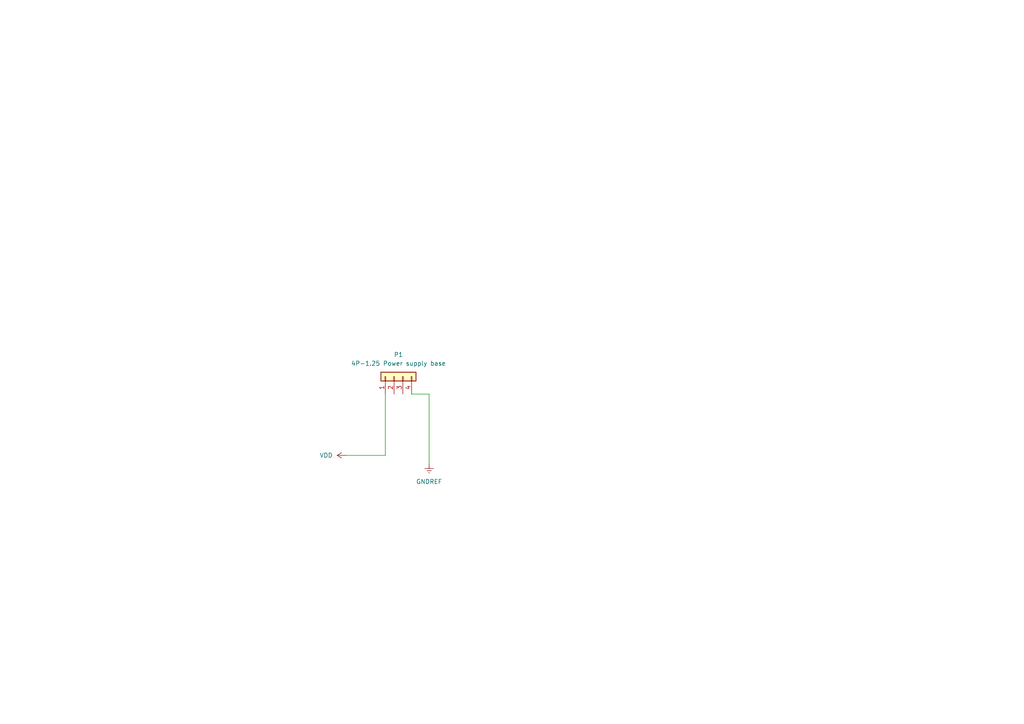
<source format=kicad_sch>
(kicad_sch (version 20230121) (generator eeschema)
  (paper "A4")
  (title_block (title "BertheVarioTac") (date "2024-09-25") (rev "1.0") (comment 1 "SpinBerthe"))
  (lib_symbols
    (symbol "Connector_Generic:Conn_01x04" (pin_names (offset 1.016) hide)
      (property "Reference" "J" (at 0 5.08 0))
      (property "Value" "Conn_01x04" (at 0 -7.62 0))
      (symbol "Conn_01x04_1_1"
        (rectangle (start -1.27 -4.953) (end 0 -5.207) (stroke (width 0.1524)))
        (rectangle (start -1.27 -2.413) (end 0 -2.667) (stroke (width 0.1524)))
        (rectangle (start -1.27 0.127) (end 0 -0.127) (stroke (width 0.1524)))
        (rectangle (start -1.27 2.667) (end 0 2.413) (stroke (width 0.1524)))
        (rectangle (start -1.27 3.81) (end 1.27 -6.35) (stroke (width 0.254)) (fill (type background)))
        (pin passive line (at -5.08 2.54 0) (length 3.81) (name "Pin_1") (number "1"))
        (pin passive line (at -5.08 0 0) (length 3.81) (name "Pin_2") (number "2"))
        (pin passive line (at -5.08 -2.54 0) (length 3.81) (name "Pin_3") (number "3"))
        (pin passive line (at -5.08 -5.08 0) (length 3.81) (name "Pin_4") (number "4"))
      )
    )
    (symbol "power:GNDREF" (power) (pin_names (offset 0))
      (property "Value" "GNDREF" (at 0 -3.81 0))
      (symbol "GNDREF_0_1"
        (polyline (pts (xy -0.635 -1.905) (xy 0.635 -1.905)))
        (polyline (pts (xy -0.127 -2.54) (xy 0.127 -2.54)))
        (polyline (pts (xy 0 -1.27) (xy 0 0)))
        (polyline (pts (xy 1.27 -1.27) (xy -1.27 -1.27)))
      )
      (symbol "GNDREF_1_1"
        (pin power_in line (at 0 0 270) (length 0) hide (name "GNDREF") (number "1"))
      )
    )
    (symbol "power:VDD" (power) (pin_names (offset 0))
      (property "Value" "VDD" (at 0 3.81 0))
      (symbol "VDD_0_1"
        (polyline (pts (xy -0.762 1.27) (xy 0 2.54)))
        (polyline (pts (xy 0 0) (xy 0 2.54)))
        (polyline (pts (xy 0 2.54) (xy 0.762 1.27)))
      )
      (symbol "VDD_1_1"
        (pin power_in line (at 0 0 90) (length 0) hide (name "VDD") (number "1"))
      )
    )
  )
  (wire (pts (xy 124.46 134.62) (xy 124.46 114.3)))
  (wire (pts (xy 124.46 114.3) (xy 119.38 114.3)))
  (wire (pts (xy 111.76 132.08) (xy 111.76 114.3)))
  (wire (pts (xy 100.33 132.08) (xy 111.76 132.08)))
  (symbol (lib_id "power:VDD") (at 100.33 132.08 90) (unit 1)
    (property "Reference" "#PWR02" (effects hide))
    (property "Value" "VDD" (at 96.52 132.08 90) (effects (justify left)))
  )
  (symbol (lib_id "Connector_Generic:Conn_01x04") (at 114.3 109.22 90) (unit 1)
    (property "Reference" "P1" (at 115.57 102.87 90))
    (property "Value" "4P-1.25 Power supply base" (at 115.57 105.41 90))
  )
  (symbol (lib_id "power:GNDREF") (at 124.46 134.62 0) (unit 1)
    (property "Reference" "#PWR01" (effects hide))
    (property "Value" "GNDREF" (at 124.46 139.7 0))
  )
)
</source>
